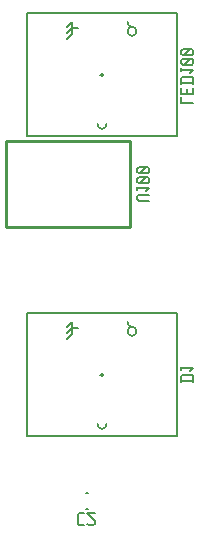
<source format=gbo>
G04 start of page 9 for group -4078 idx -4078 *
G04 Title: (unknown), bottomsilk *
G04 Creator: pcb 20140316 *
G04 CreationDate: Mon 16 Nov 2015 12:26:51 PM GMT UTC *
G04 For: fosse *
G04 Format: Gerber/RS-274X *
G04 PCB-Dimensions (mil): 1250.00 2150.00 *
G04 PCB-Coordinate-Origin: lower left *
%MOIN*%
%FSLAX25Y25*%
%LNBOTTOMSILK*%
%ADD73C,0.0080*%
%ADD72C,0.0100*%
%ADD71C,0.0060*%
G54D71*X34000Y159000D02*X84000D01*
X34000Y200000D02*Y159000D01*
Y200000D02*X84000D01*
Y159000D01*
X59000Y180000D02*Y179000D01*
Y180000D02*X59500Y179500D01*
X58500D02*X59500D01*
X58500D02*X59000Y179000D01*
X59500Y179500D01*
X49000Y195000D02*X47500Y193500D01*
X49000Y197000D02*X47500Y195500D01*
X49000Y197000D02*Y193000D01*
X47500Y191500D01*
X49000Y195000D02*X51000D01*
X59000Y179000D02*G75*G03X59500Y179500I0J500D01*G01*
X58500D02*G75*G03X59000Y179000I500J0D01*G01*
Y180000D02*G75*G03X58500Y179500I0J-500D01*G01*
X59500D02*G75*G03X59000Y180000I-500J0D01*G01*
X57500Y163000D02*G75*G03X59000Y161500I1500J0D01*G01*
G75*G03X60500Y163000I0J1500D01*G01*
X69000Y192500D02*G75*G03X70500Y194000I0J1500D01*G01*
X67500D02*G75*G03X69000Y192500I1500J0D01*G01*
Y195500D02*G75*G03X67500Y194000I0J-1500D01*G01*
X70500D02*G75*G03X69000Y195500I-1500J0D01*G01*
X67500Y197000D02*G75*G03X69000Y195500I1500J0D01*G01*
G54D72*X27100Y128800D02*X68500D01*
X27100Y157300D02*Y128800D01*
Y157300D02*X68500D01*
Y128800D01*
G54D73*X53650Y34745D02*X54436D01*
X53650Y40255D02*X54436D01*
G54D71*X34000Y59000D02*X84000D01*
X34000Y100000D02*Y59000D01*
Y100000D02*X84000D01*
Y59000D01*
X59000Y80000D02*Y79000D01*
Y80000D02*X59500Y79500D01*
X58500D02*X59500D01*
X58500D02*X59000Y79000D01*
X59500Y79500D01*
X49000Y95000D02*X47500Y93500D01*
X49000Y97000D02*X47500Y95500D01*
X49000Y97000D02*Y93000D01*
X47500Y91500D01*
X49000Y95000D02*X51000D01*
X59000Y79000D02*G75*G03X59500Y79500I0J500D01*G01*
X58500D02*G75*G03X59000Y79000I500J0D01*G01*
Y80000D02*G75*G03X58500Y79500I0J-500D01*G01*
X59500D02*G75*G03X59000Y80000I-500J0D01*G01*
X57500Y63000D02*G75*G03X59000Y61500I1500J0D01*G01*
G75*G03X60500Y63000I0J1500D01*G01*
X69000Y92500D02*G75*G03X70500Y94000I0J1500D01*G01*
X67500D02*G75*G03X69000Y92500I1500J0D01*G01*
Y95500D02*G75*G03X67500Y94000I0J-1500D01*G01*
X70500D02*G75*G03X69000Y95500I-1500J0D01*G01*
X67500Y97000D02*G75*G03X69000Y95500I1500J0D01*G01*
X85500Y77500D02*X89500D01*
Y79000D02*X89000Y79500D01*
X86000D02*X89000D01*
X85500Y79000D02*X86000Y79500D01*
X85500Y77000D02*Y79000D01*
X89500Y77000D02*Y79000D01*
X85500Y81200D02*Y82200D01*
Y81700D02*X89500D01*
X88500Y80700D02*X89500Y81700D01*
X51393Y33350D02*X52893D01*
X50893Y32850D02*X51393Y33350D01*
X50893Y29850D02*Y32850D01*
Y29850D02*X51393Y29350D01*
X52893D01*
X54093Y29850D02*X54593Y29350D01*
X56093D01*
X56593Y29850D01*
Y30850D01*
X54093Y33350D02*X56593Y30850D01*
X54093Y33350D02*X56593D01*
X71300Y137500D02*X74800D01*
X71300D02*X70800Y138000D01*
Y139000D01*
X71300Y139500D01*
X74800D01*
X70800Y141200D02*Y142200D01*
Y141700D02*X74800D01*
X73800Y140700D02*X74800Y141700D01*
X71300Y143400D02*X70800Y143900D01*
X71300Y143400D02*X74300D01*
X74800Y143900D01*
Y144900D01*
X74300Y145400D01*
X71300D02*X74300D01*
X70800Y144900D02*X71300Y145400D01*
X70800Y143900D02*Y144900D01*
X71800Y143400D02*X73800Y145400D01*
X71300Y146600D02*X70800Y147100D01*
X71300Y146600D02*X74300D01*
X74800Y147100D01*
Y148100D01*
X74300Y148600D01*
X71300D02*X74300D01*
X70800Y148100D02*X71300Y148600D01*
X70800Y147100D02*Y148100D01*
X71800Y146600D02*X73800Y148600D01*
X85500Y170000D02*X89500D01*
X85500D02*Y172000D01*
X87500Y173200D02*Y174700D01*
X85500Y173200D02*Y175200D01*
Y173200D02*X89500D01*
Y175200D01*
X85500Y176900D02*X89500D01*
Y178400D02*X89000Y178900D01*
X86000D02*X89000D01*
X85500Y178400D02*X86000Y178900D01*
X85500Y176400D02*Y178400D01*
X89500Y176400D02*Y178400D01*
X85500Y180600D02*Y181600D01*
Y181100D02*X89500D01*
X88500Y180100D02*X89500Y181100D01*
X86000Y182800D02*X85500Y183300D01*
X86000Y182800D02*X89000D01*
X89500Y183300D01*
Y184300D01*
X89000Y184800D01*
X86000D02*X89000D01*
X85500Y184300D02*X86000Y184800D01*
X85500Y183300D02*Y184300D01*
X86500Y182800D02*X88500Y184800D01*
X86000Y186000D02*X85500Y186500D01*
X86000Y186000D02*X89000D01*
X89500Y186500D01*
Y187500D01*
X89000Y188000D01*
X86000D02*X89000D01*
X85500Y187500D02*X86000Y188000D01*
X85500Y186500D02*Y187500D01*
X86500Y186000D02*X88500Y188000D01*
M02*

</source>
